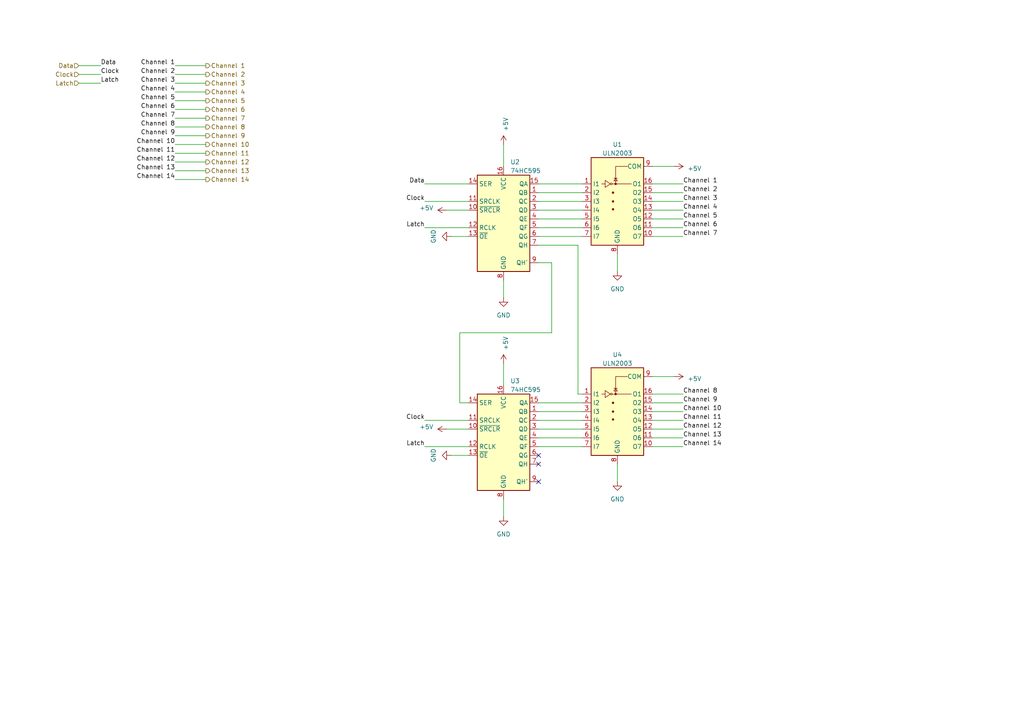
<source format=kicad_sch>
(kicad_sch (version 20230121) (generator eeschema)
  (paper "A4")
  (lib_symbols
    (symbol "74xx:74HC595"
      (property "Reference" "U" (at -7.62 13.97 0))
      (property "Value" "74HC595" (at -7.62 -16.51 0))
      (symbol "74HC595_1_0"
        (pin tri_state line (at 10.16 7.62 180) (length 2.54) (name "QB") (number "1"))
        (pin input line (at -10.16 2.54 0) (length 2.54) (name "~{SRCLR}") (number "10"))
        (pin input line (at -10.16 5.08 0) (length 2.54) (name "SRCLK") (number "11"))
        (pin input line (at -10.16 -2.54 0) (length 2.54) (name "RCLK") (number "12"))
        (pin input line (at -10.16 -5.08 0) (length 2.54) (name "~{OE}") (number "13"))
        (pin input line (at -10.16 10.16 0) (length 2.54) (name "SER") (number "14"))
        (pin tri_state line (at 10.16 10.16 180) (length 2.54) (name "QA") (number "15"))
        (pin power_in line (at 0 15.24 270) (length 2.54) (name "VCC") (number "16"))
        (pin tri_state line (at 10.16 5.08 180) (length 2.54) (name "QC") (number "2"))
        (pin tri_state line (at 10.16 2.54 180) (length 2.54) (name "QD") (number "3"))
        (pin tri_state line (at 10.16 0 180) (length 2.54) (name "QE") (number "4"))
        (pin tri_state line (at 10.16 -2.54 180) (length 2.54) (name "QF") (number "5"))
        (pin tri_state line (at 10.16 -5.08 180) (length 2.54) (name "QG") (number "6"))
        (pin tri_state line (at 10.16 -7.62 180) (length 2.54) (name "QH") (number "7"))
        (pin power_in line (at 0 -17.78 90) (length 2.54) (name "GND") (number "8"))
        (pin output line (at 10.16 -12.7 180) (length 2.54) (name "QH'") (number "9"))
      )
      (symbol "74HC595_1_1"
        (rectangle (start -7.62 12.7) (end 7.62 -15.24) (stroke (width 0.254)) (fill (type background)))
      )
    )
    (symbol "Transistor_Array:ULN2003"
      (property "Reference" "U" (at 0 15.875 0))
      (property "Value" "ULN2003" (at 0 13.97 0))
      (symbol "ULN2003_0_1"
        (rectangle (start -7.62 -12.7) (end 7.62 12.7) (stroke (width 0.254)) (fill (type background)))
        (circle (center -1.778 5.08) (radius 0.254))
        (circle (center -1.27 -2.286) (radius 0.254) (fill (type outline)))
        (circle (center -1.27 0) (radius 0.254) (fill (type outline)))
        (circle (center -1.27 2.54) (radius 0.254) (fill (type outline)))
        (circle (center -0.508 5.08) (radius 0.254) (fill (type outline)))
        (polyline (pts (xy -4.572 5.08) (xy -3.556 5.08)))
        (polyline (pts (xy -1.524 5.08) (xy 4.064 5.08)))
        (polyline (pts (xy 0 6.731) (xy -1.016 6.731)))
        (polyline (pts (xy -0.508 5.08) (xy -0.508 10.16) (xy 2.921 10.16)))
        (polyline (pts (xy -3.556 6.096) (xy -3.556 4.064) (xy -2.032 5.08) (xy -3.556 6.096)))
        (polyline (pts (xy 0 5.969) (xy -1.016 5.969) (xy -0.508 6.731) (xy 0 5.969)))
      )
      (symbol "ULN2003_1_1"
        (pin input line (at -10.16 5.08 0) (length 2.54) (name "I1") (number "1"))
        (pin open_collector line (at 10.16 -10.16 180) (length 2.54) (name "O7") (number "10"))
        (pin open_collector line (at 10.16 -7.62 180) (length 2.54) (name "O6") (number "11"))
        (pin open_collector line (at 10.16 -5.08 180) (length 2.54) (name "O5") (number "12"))
        (pin open_collector line (at 10.16 -2.54 180) (length 2.54) (name "O4") (number "13"))
        (pin open_collector line (at 10.16 0 180) (length 2.54) (name "O3") (number "14"))
        (pin open_collector line (at 10.16 2.54 180) (length 2.54) (name "O2") (number "15"))
        (pin open_collector line (at 10.16 5.08 180) (length 2.54) (name "O1") (number "16"))
        (pin input line (at -10.16 2.54 0) (length 2.54) (name "I2") (number "2"))
        (pin input line (at -10.16 0 0) (length 2.54) (name "I3") (number "3"))
        (pin input line (at -10.16 -2.54 0) (length 2.54) (name "I4") (number "4"))
        (pin input line (at -10.16 -5.08 0) (length 2.54) (name "I5") (number "5"))
        (pin input line (at -10.16 -7.62 0) (length 2.54) (name "I6") (number "6"))
        (pin input line (at -10.16 -10.16 0) (length 2.54) (name "I7") (number "7"))
        (pin power_in line (at 0 -15.24 90) (length 2.54) (name "GND") (number "8"))
        (pin passive line (at 10.16 10.16 180) (length 2.54) (name "COM") (number "9"))
      )
    )
    (symbol "power:+5V" (power) (pin_names (offset 0))
      (property "Value" "+5V" (at 0 3.556 0))
      (symbol "+5V_0_1"
        (polyline (pts (xy -0.762 1.27) (xy 0 2.54)))
        (polyline (pts (xy 0 0) (xy 0 2.54)))
        (polyline (pts (xy 0 2.54) (xy 0.762 1.27)))
      )
      (symbol "+5V_1_1"
        (pin power_in line (at 0 0 90) (length 0) hide (name "+5V") (number "1"))
      )
    )
    (symbol "power:GND" (power) (pin_names (offset 0))
      (property "Value" "GND" (at 0 -3.81 0))
      (symbol "GND_0_1"
        (polyline (pts (xy 0 0) (xy 0 -1.27) (xy 1.27 -1.27) (xy 0 -2.54) (xy -1.27 -1.27) (xy 0 -1.27)))
      )
      (symbol "GND_1_1"
        (pin power_in line (at 0 0 270) (length 0) hide (name "GND") (number "1"))
      )
    )
  )
  (no_connect (at 156.21 134.62))
  (no_connect (at 156.21 132.08))
  (no_connect (at 156.21 139.7))
  (wire (pts (xy 189.23 114.3) (xy 198.12 114.3)))
  (wire (pts (xy 59.69 19.05) (xy 50.8 19.05)))
  (wire (pts (xy 146.05 144.78) (xy 146.05 149.86)))
  (wire (pts (xy 156.21 127) (xy 168.91 127)))
  (wire (pts (xy 156.21 116.84) (xy 168.91 116.84)))
  (wire (pts (xy 189.23 48.26) (xy 195.58 48.26)))
  (wire (pts (xy 189.23 60.96) (xy 198.12 60.96)))
  (wire (pts (xy 135.89 124.46) (xy 129.54 124.46)))
  (wire (pts (xy 189.23 58.42) (xy 198.12 58.42)))
  (wire (pts (xy 123.19 66.04) (xy 135.89 66.04)))
  (wire (pts (xy 123.19 121.92) (xy 135.89 121.92)))
  (wire (pts (xy 189.23 66.04) (xy 198.12 66.04)))
  (wire (pts (xy 59.69 49.53) (xy 50.8 49.53)))
  (wire (pts (xy 123.19 129.54) (xy 135.89 129.54)))
  (wire (pts (xy 179.07 73.66) (xy 179.07 78.74)))
  (wire (pts (xy 189.23 127) (xy 198.12 127)))
  (wire (pts (xy 59.69 34.29) (xy 50.8 34.29)))
  (wire (pts (xy 156.21 55.88) (xy 168.91 55.88)))
  (wire (pts (xy 156.21 119.38) (xy 168.91 119.38)))
  (wire (pts (xy 59.69 31.75) (xy 50.8 31.75)))
  (wire (pts (xy 189.23 109.22) (xy 195.58 109.22)))
  (wire (pts (xy 29.21 19.05) (xy 22.86 19.05)))
  (wire (pts (xy 59.69 52.07) (xy 50.8 52.07)))
  (wire (pts (xy 156.21 76.2) (xy 160.02 76.2)))
  (wire (pts (xy 146.05 48.26) (xy 146.05 41.91)))
  (wire (pts (xy 59.69 29.21) (xy 50.8 29.21)))
  (wire (pts (xy 189.23 53.34) (xy 198.12 53.34)))
  (wire (pts (xy 156.21 129.54) (xy 168.91 129.54)))
  (wire (pts (xy 156.21 60.96) (xy 168.91 60.96)))
  (wire (pts (xy 189.23 68.58) (xy 198.12 68.58)))
  (wire (pts (xy 146.05 81.28) (xy 146.05 86.36)))
  (wire (pts (xy 59.69 41.91) (xy 50.8 41.91)))
  (wire (pts (xy 167.64 71.12) (xy 167.64 114.3)))
  (wire (pts (xy 135.89 68.58) (xy 130.81 68.58)))
  (wire (pts (xy 156.21 68.58) (xy 168.91 68.58)))
  (wire (pts (xy 167.64 114.3) (xy 168.91 114.3)))
  (wire (pts (xy 156.21 121.92) (xy 168.91 121.92)))
  (wire (pts (xy 189.23 55.88) (xy 198.12 55.88)))
  (wire (pts (xy 123.19 53.34) (xy 135.89 53.34)))
  (wire (pts (xy 59.69 46.99) (xy 50.8 46.99)))
  (wire (pts (xy 160.02 76.2) (xy 160.02 96.52)))
  (wire (pts (xy 189.23 63.5) (xy 198.12 63.5)))
  (wire (pts (xy 189.23 124.46) (xy 198.12 124.46)))
  (wire (pts (xy 156.21 58.42) (xy 168.91 58.42)))
  (wire (pts (xy 156.21 63.5) (xy 168.91 63.5)))
  (wire (pts (xy 29.21 24.13) (xy 22.86 24.13)))
  (wire (pts (xy 59.69 39.37) (xy 50.8 39.37)))
  (wire (pts (xy 189.23 119.38) (xy 198.12 119.38)))
  (wire (pts (xy 146.05 111.76) (xy 146.05 105.41)))
  (wire (pts (xy 133.35 116.84) (xy 135.89 116.84)))
  (wire (pts (xy 156.21 53.34) (xy 168.91 53.34)))
  (wire (pts (xy 135.89 132.08) (xy 130.81 132.08)))
  (wire (pts (xy 156.21 66.04) (xy 168.91 66.04)))
  (wire (pts (xy 123.19 58.42) (xy 135.89 58.42)))
  (wire (pts (xy 189.23 129.54) (xy 198.12 129.54)))
  (wire (pts (xy 189.23 116.84) (xy 198.12 116.84)))
  (wire (pts (xy 156.21 71.12) (xy 167.64 71.12)))
  (wire (pts (xy 59.69 36.83) (xy 50.8 36.83)))
  (wire (pts (xy 160.02 96.52) (xy 133.35 96.52)))
  (wire (pts (xy 133.35 96.52) (xy 133.35 116.84)))
  (wire (pts (xy 59.69 26.67) (xy 50.8 26.67)))
  (wire (pts (xy 156.21 124.46) (xy 168.91 124.46)))
  (wire (pts (xy 179.07 134.62) (xy 179.07 139.7)))
  (wire (pts (xy 29.21 21.59) (xy 22.86 21.59)))
  (wire (pts (xy 135.89 60.96) (xy 129.54 60.96)))
  (wire (pts (xy 59.69 24.13) (xy 50.8 24.13)))
  (wire (pts (xy 59.69 44.45) (xy 50.8 44.45)))
  (wire (pts (xy 59.69 21.59) (xy 50.8 21.59)))
  (wire (pts (xy 189.23 121.92) (xy 198.12 121.92)))
  (label "Channel 13" (at 198.12 127 0))
  (label "Data" (at 123.19 53.34 180))
  (label "Latch" (at 123.19 66.04 180))
  (label "Data" (at 29.21 19.05 0))
  (label "Channel 5" (at 50.8 29.21 180))
  (label "Channel 3" (at 198.12 58.42 0))
  (label "Channel 7" (at 50.8 34.29 180))
  (label "Channel 2" (at 198.12 55.88 0))
  (label "Latch" (at 29.21 24.13 0))
  (label "Clock" (at 123.19 121.92 180))
  (label "Channel 10" (at 198.12 119.38 0))
  (label "Channel 4" (at 198.12 60.96 0))
  (label "Channel 13" (at 50.8 49.53 180))
  (label "Channel 9" (at 198.12 116.84 0))
  (label "Channel 7" (at 198.12 68.58 0))
  (label "Channel 11" (at 198.12 121.92 0))
  (label "Channel 10" (at 50.8 41.91 180))
  (label "Channel 5" (at 198.12 63.5 0))
  (label "Channel 1" (at 50.8 19.05 180))
  (label "Channel 8" (at 198.12 114.3 0))
  (label "Channel 14" (at 198.12 129.54 0))
  (label "Channel 11" (at 50.8 44.45 180))
  (label "Channel 14" (at 50.8 52.07 180))
  (label "Channel 8" (at 50.8 36.83 180))
  (label "Channel 12" (at 50.8 46.99 180))
  (label "Channel 2" (at 50.8 21.59 180))
  (label "Channel 6" (at 50.8 31.75 180))
  (label "Channel 1" (at 198.12 53.34 0))
  (label "Channel 12" (at 198.12 124.46 0))
  (label "Clock" (at 123.19 58.42 180))
  (label "Channel 9" (at 50.8 39.37 180))
  (label "Channel 6" (at 198.12 66.04 0))
  (label "Channel 3" (at 50.8 24.13 180))
  (label "Clock" (at 29.21 21.59 0))
  (label "Channel 4" (at 50.8 26.67 180))
  (label "Latch" (at 123.19 129.54 180))
  (hierarchical_label "Channel 12" (shape output) (at 59.69 46.99 0))
  (hierarchical_label "Channel 3" (shape output) (at 59.69 24.13 0))
  (hierarchical_label "Channel 13" (shape output) (at 59.69 49.53 0))
  (hierarchical_label "Channel 7" (shape output) (at 59.69 34.29 0))
  (hierarchical_label "Channel 4" (shape output) (at 59.69 26.67 0))
  (hierarchical_label "Channel 1" (shape output) (at 59.69 19.05 0))
  (hierarchical_label "Channel 6" (shape output) (at 59.69 31.75 0))
  (hierarchical_label "Data" (shape input) (at 22.86 19.05 180))
  (hierarchical_label "Channel 14" (shape output) (at 59.69 52.07 0))
  (hierarchical_label "Channel 10" (shape output) (at 59.69 41.91 0))
  (hierarchical_label "Channel 9" (shape output) (at 59.69 39.37 0))
  (hierarchical_label "Channel 2" (shape output) (at 59.69 21.59 0))
  (hierarchical_label "Channel 5" (shape output) (at 59.69 29.21 0))
  (hierarchical_label "Channel 8" (shape output) (at 59.69 36.83 0))
  (hierarchical_label "Clock" (shape input) (at 22.86 21.59 180))
  (hierarchical_label "Latch" (shape input) (at 22.86 24.13 180))
  (hierarchical_label "Channel 11" (shape output) (at 59.69 44.45 0))
  (symbol (lib_id "power:GND") (at 130.81 132.08 270) (unit 1)
    (property "Reference" "#PWR017" (effects hide))
    (property "Value" "GND" (at 125.73 132.08 0))
    (instances (project "EF_matrix" (path "" (reference "#PWR017") (unit 1)) (path "" (reference "#PWR04") (unit 1))))
  )
  (symbol (lib_id "Transistor_Array:ULN2003") (at 179.07 119.38 0) (unit 1)
    (property "Reference" "U4" (at 179.07 102.87 0))
    (property "Value" "ULN2003" (at 179.07 105.41 0))
    (property "Datasheet" "http://www.ti.com/lit/ds/symlink/uln2003a.pdf" (effects hide))
  )
  (symbol (lib_id "power:+5V") (at 146.05 105.41 0) (unit 1)
    (property "Reference" "#PWR018" (effects hide))
    (property "Value" "+5V" (at 146.685 101.6 90) (effects (justify left)))
    (instances (project "EF_matrix" (path "" (reference "#PWR018") (unit 1)) (path "" (reference "#PWR016") (unit 1))))
  )
  (symbol (lib_id "power:GND") (at 179.07 78.74 0) (unit 1)
    (property "Reference" "#PWR01" (effects hide))
    (property "Value" "GND" (at 179.07 83.82 0))
    (instances (project "EF_matrix" (path "" (reference "#PWR01") (unit 1)) (path "" (reference "#PWR018") (unit 1))))
  )
  (symbol (lib_id "power:+5V") (at 195.58 48.26 270) (unit 1)
    (property "Reference" "#PWR02" (effects hide))
    (property "Value" "+5V" (at 199.39 48.895 90) (effects (justify left)))
    (instances (project "EF_matrix" (path "" (reference "#PWR02") (unit 1)) (path "" (reference "#PWR020") (unit 1))))
  )
  (symbol (lib_id "power:+5V") (at 195.58 109.22 270) (unit 1)
    (property "Reference" "#PWR021" (effects hide))
    (property "Value" "+5V" (at 199.39 109.855 90) (effects (justify left)))
  )
  (symbol (lib_id "power:GND") (at 146.05 149.86 0) (unit 1)
    (property "Reference" "#PWR019" (effects hide))
    (property "Value" "GND" (at 146.05 154.94 0))
    (instances (project "EF_matrix" (path "" (reference "#PWR019") (unit 1)) (path "" (reference "#PWR017") (unit 1))))
  )
  (symbol (lib_id "74xx:74HC595") (at 146.05 63.5 0) (unit 1)
    (property "Reference" "U2" (at 148.0059 46.99 0) (effects (justify left)))
    (property "Value" "74HC595" (at 148.0059 49.53 0) (effects (justify left)))
    (property "Datasheet" "http://www.ti.com/lit/ds/symlink/sn74hc595.pdf" (effects hide))
    (instances (project "EF_matrix" (path "" (reference "U2") (unit 1)) (path "" (reference "U1") (unit 1))))
  )
  (symbol (lib_id "power:GND") (at 179.07 139.7 0) (unit 1)
    (property "Reference" "#PWR020" (effects hide))
    (property "Value" "GND" (at 179.07 144.78 0))
    (instances (project "EF_matrix" (path "" (reference "#PWR020") (unit 1)) (path "" (reference "#PWR019") (unit 1))))
  )
  (symbol (lib_id "power:GND") (at 146.05 86.36 0) (unit 1)
    (property "Reference" "#PWR03" (effects hide))
    (property "Value" "GND" (at 146.05 91.44 0))
    (instances (project "EF_matrix" (path "" (reference "#PWR03") (unit 1)) (path "" (reference "#PWR06") (unit 1))))
  )
  (symbol (lib_id "74xx:74HC595") (at 146.05 127 0) (unit 1)
    (property "Reference" "U3" (at 148.0059 110.49 0) (effects (justify left)))
    (property "Value" "74HC595" (at 148.0059 113.03 0) (effects (justify left)))
    (property "Datasheet" "http://www.ti.com/lit/ds/symlink/sn74hc595.pdf" (effects hide))
    (instances (project "EF_matrix" (path "" (reference "U3") (unit 1)) (path "" (reference "U2") (unit 1))))
  )
  (symbol (lib_id "power:GND") (at 130.81 68.58 270) (unit 1)
    (property "Reference" "#PWR06" (effects hide))
    (property "Value" "GND" (at 125.73 68.58 0))
    (instances (project "EF_matrix" (path "" (reference "#PWR06") (unit 1)) (path "" (reference "#PWR03") (unit 1))))
  )
  (symbol (lib_id "Transistor_Array:ULN2003") (at 179.07 58.42 0) (unit 1)
    (property "Reference" "U1" (at 179.07 41.91 0))
    (property "Value" "ULN2003" (at 179.07 44.45 0))
    (property "Datasheet" "http://www.ti.com/lit/ds/symlink/uln2003a.pdf" (effects hide))
    (instances (project "EF_matrix" (path "" (reference "U1") (unit 1)) (path "" (reference "U3") (unit 1))))
  )
  (symbol (lib_id "power:+5V") (at 146.05 41.91 0) (unit 1)
    (property "Reference" "#PWR04" (effects hide))
    (property "Value" "+5V" (at 146.685 38.1 90) (effects (justify left)))
    (instances (project "EF_matrix" (path "" (reference "#PWR04") (unit 1)) (path "" (reference "#PWR05") (unit 1))))
  )
  (symbol (lib_id "power:+5V") (at 129.54 60.96 90) (unit 1)
    (property "Reference" "#PWR05" (effects hide))
    (property "Value" "+5V" (at 125.73 60.325 90) (effects (justify left)))
    (instances (project "EF_matrix" (path "" (reference "#PWR05") (unit 1)) (path "" (reference "#PWR01") (unit 1))))
  )
  (symbol (lib_id "power:+5V") (at 129.54 124.46 90) (unit 1)
    (property "Reference" "#PWR016" (effects hide))
    (property "Value" "+5V" (at 125.73 123.825 90) (effects (justify left)))
    (instances (project "EF_matrix" (path "" (reference "#PWR016") (unit 1)) (path "" (reference "#PWR02") (unit 1))))
  )
)
</source>
